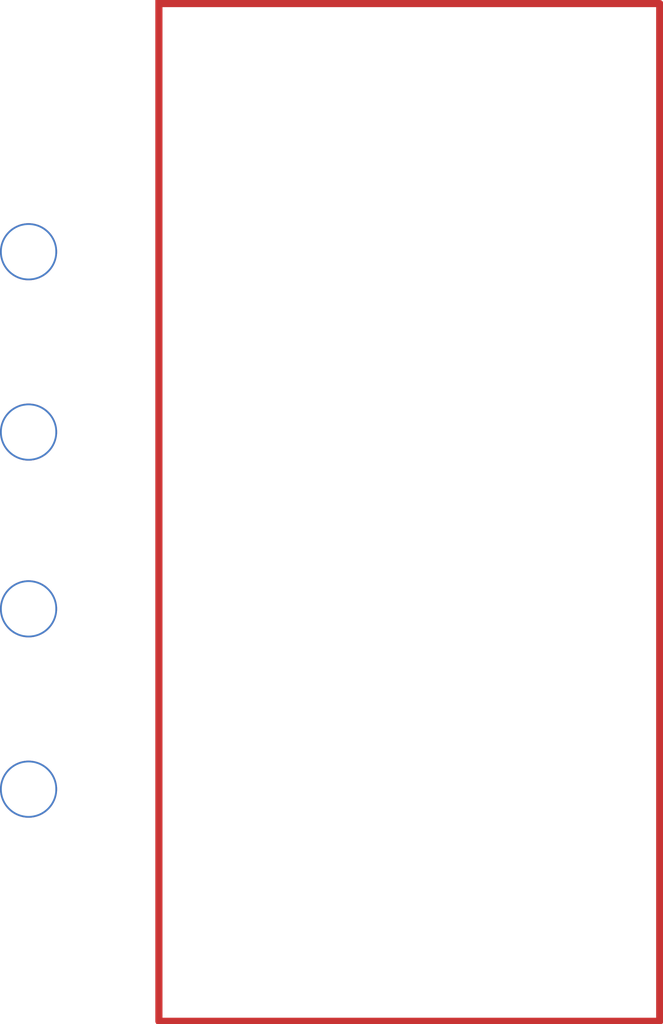
<source format=kicad_pcb>
(kicad_pcb (version 20210623) (generator pcbnew)

  (general
    (thickness 1.6)
  )

  (paper "A4")
  (layers
    (0 "F.Cu" signal)
    (31 "B.Cu" signal)
    (32 "B.Adhes" user "B.Adhesive")
    (33 "F.Adhes" user "F.Adhesive")
    (34 "B.Paste" user)
    (35 "F.Paste" user)
    (36 "B.SilkS" user "B.Silkscreen")
    (37 "F.SilkS" user "F.Silkscreen")
    (38 "B.Mask" user)
    (39 "F.Mask" user)
    (40 "Dwgs.User" user "User.Drawings")
    (41 "Cmts.User" user "User.Comments")
    (42 "Eco1.User" user "User.Eco1")
    (43 "Eco2.User" user "User.Eco2")
    (44 "Edge.Cuts" user)
    (45 "Margin" user)
    (46 "B.CrtYd" user "B.Courtyard")
    (47 "F.CrtYd" user "F.Courtyard")
    (48 "B.Fab" user)
    (49 "F.Fab" user)
    (50 "User.1" user)
    (51 "User.2" user)
    (52 "User.3" user)
    (53 "User.4" user)
    (54 "User.5" user)
    (55 "User.6" user)
    (56 "User.7" user)
    (57 "User.8" user)
    (58 "User.9" user)
  )

  (setup
    (pad_to_mask_clearance 0)
    (pcbplotparams
      (layerselection 0x00010fc_ffffffff)
      (disableapertmacros false)
      (usegerberextensions false)
      (usegerberattributes true)
      (usegerberadvancedattributes true)
      (creategerberjobfile true)
      (svguseinch false)
      (svgprecision 6)
      (excludeedgelayer true)
      (plotframeref false)
      (viasonmask false)
      (mode 1)
      (useauxorigin false)
      (hpglpennumber 1)
      (hpglpenspeed 20)
      (hpglpendiameter 15.000000)
      (dxfpolygonmode true)
      (dxfimperialunits true)
      (dxfusepcbnewfont true)
      (psnegative false)
      (psa4output false)
      (plotreference true)
      (plotvalue true)
      (plotinvisibletext false)
      (sketchpadsonfab false)
      (subtractmaskfromsilk false)
      (outputformat 1)
      (mirror false)
      (drillshape 1)
      (scaleselection 1)
      (outputdirectory "")
    )
  )

  (net 0 "")

  (gr_rect (start 128.6 58.05) (end 142.625 86.55) (layer "F.Cu") (width 0.2) (fill none) (tstamp c60e902e-6215-4c17-91c9-48941cdda2bd))

  (via (at 124.95 70.05) (size 1.6) (drill 1.5) (layers "F.Cu" "B.Cu") (free) (net 0) (tstamp 0878754a-236f-4ebe-8211-7ef1a433e29c))
  (via (at 124.95 80.05) (size 1.6) (drill 1.5) (layers "F.Cu" "B.Cu") (free) (net 0) (tstamp 0c2f4e67-d9df-45e5-ac6d-941995e32d2a))
  (via (at 124.95 75) (size 1.6) (drill 1.5) (layers "F.Cu" "B.Cu") (free) (net 0) (tstamp 4fd2f6c2-43a0-4590-bd55-fc5815f85196))
  (via (at 124.95 65) (size 1.6) (drill 1.5) (layers "F.Cu" "B.Cu") (free) (net 0) (tstamp f870ac4a-757f-40d4-9d8c-84300bc14445))

)

</source>
